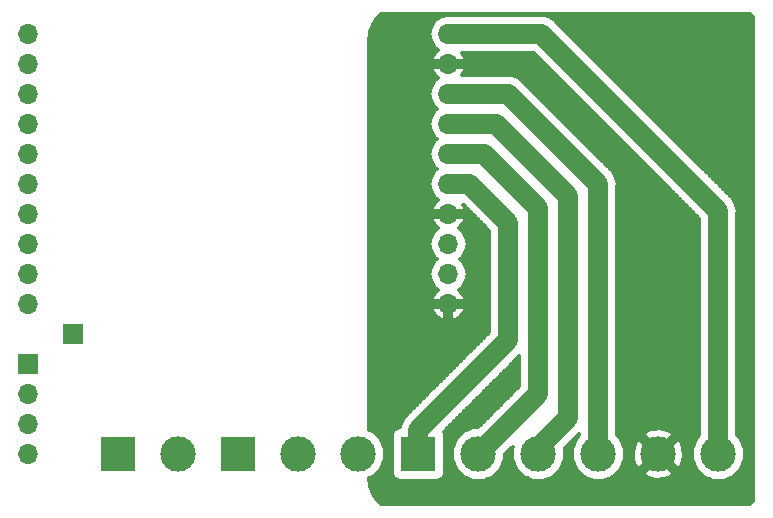
<source format=gtl>
G04 #@! TF.GenerationSoftware,KiCad,Pcbnew,5.0.2-bee76a0~70~ubuntu18.04.1*
G04 #@! TF.CreationDate,2019-03-29T20:37:00+01:00*
G04 #@! TF.ProjectId,TMC2660_mount,544d4332-3636-4305-9f6d-6f756e742e6b,rev?*
G04 #@! TF.SameCoordinates,PX48f7b77PY788f099*
G04 #@! TF.FileFunction,Copper,L1,Top*
G04 #@! TF.FilePolarity,Positive*
%FSLAX46Y46*%
G04 Gerber Fmt 4.6, Leading zero omitted, Abs format (unit mm)*
G04 Created by KiCad (PCBNEW 5.0.2-bee76a0~70~ubuntu18.04.1) date 2019-03-29T20:37:00 CET*
%MOMM*%
%LPD*%
G01*
G04 APERTURE LIST*
G04 #@! TA.AperFunction,ComponentPad*
%ADD10O,1.700000X1.700000*%
G04 #@! TD*
G04 #@! TA.AperFunction,ComponentPad*
%ADD11R,1.700000X1.700000*%
G04 #@! TD*
G04 #@! TA.AperFunction,ComponentPad*
%ADD12C,3.000000*%
G04 #@! TD*
G04 #@! TA.AperFunction,ComponentPad*
%ADD13R,3.000000X3.000000*%
G04 #@! TD*
G04 #@! TA.AperFunction,Conductor*
%ADD14C,1.700000*%
G04 #@! TD*
G04 #@! TA.AperFunction,Conductor*
%ADD15C,0.300000*%
G04 #@! TD*
%ADD16C,0.300000*%
G04 APERTURE END LIST*
D10*
G04 #@! TO.P,J4,4*
G04 #@! TO.N,/SDO*
X3810000Y5080000D03*
G04 #@! TO.P,J4,3*
G04 #@! TO.N,/SDI*
X3810000Y7620000D03*
G04 #@! TO.P,J4,2*
G04 #@! TO.N,/SCK*
X3810000Y10160000D03*
D11*
G04 #@! TO.P,J4,1*
G04 #@! TO.N,/CSn*
X3810000Y12700000D03*
G04 #@! TD*
D12*
G04 #@! TO.P,J3,6*
G04 #@! TO.N,/VS*
X62230000Y5080000D03*
G04 #@! TO.P,J3,5*
G04 #@! TO.N,GND*
X57150000Y5080000D03*
G04 #@! TO.P,J3,4*
G04 #@! TO.N,/A1*
X52070000Y5080000D03*
D13*
G04 #@! TO.P,J3,1*
G04 #@! TO.N,/B2*
X36830000Y5080000D03*
D12*
G04 #@! TO.P,J3,3*
G04 #@! TO.N,/A2*
X46990000Y5080000D03*
G04 #@! TO.P,J3,2*
G04 #@! TO.N,/B1*
X41910000Y5080000D03*
G04 #@! TD*
G04 #@! TO.P,J2,3*
G04 #@! TO.N,/DIR*
X31750000Y5080000D03*
G04 #@! TO.P,J2,2*
G04 #@! TO.N,/STEP*
X26670000Y5080000D03*
D13*
G04 #@! TO.P,J2,1*
G04 #@! TO.N,/DRV_ENn*
X21590000Y5080000D03*
G04 #@! TD*
D12*
G04 #@! TO.P,J1,2*
G04 #@! TO.N,GND*
X16510000Y5080000D03*
D13*
G04 #@! TO.P,J1,1*
G04 #@! TO.N,/VCC*
X11430000Y5080000D03*
G04 #@! TD*
D10*
G04 #@! TO.P,P1,1*
G04 #@! TO.N,/CSn*
X3810000Y27940000D03*
G04 #@! TO.P,P1,2*
G04 #@! TO.N,/SCK*
X3810000Y30480000D03*
G04 #@! TO.P,P1,3*
G04 #@! TO.N,/SDI*
X3810000Y33020000D03*
G04 #@! TO.P,P1,4*
G04 #@! TO.N,/SDO*
X3810000Y35560000D03*
G04 #@! TD*
G04 #@! TO.P,P2,1*
G04 #@! TO.N,/STEP*
X39370000Y22860000D03*
G04 #@! TO.P,P2,2*
G04 #@! TO.N,/DIR*
X39370000Y20320000D03*
G04 #@! TD*
G04 #@! TO.P,P3,4*
G04 #@! TO.N,GND*
X3810000Y25400000D03*
G04 #@! TO.P,P3,3*
G04 #@! TO.N,/DRV_ENn*
X3810000Y22860000D03*
G04 #@! TO.P,P3,2*
G04 #@! TO.N,GND*
X3810000Y20320000D03*
G04 #@! TO.P,P3,1*
G04 #@! TO.N,/SG_TST*
X3810000Y17780000D03*
G04 #@! TD*
G04 #@! TO.P,P4,1*
G04 #@! TO.N,GND*
X39370000Y17780000D03*
G04 #@! TD*
G04 #@! TO.P,P5,1*
G04 #@! TO.N,GND*
X39370000Y25400000D03*
G04 #@! TD*
G04 #@! TO.P,P6,2*
G04 #@! TO.N,/A1*
X39370000Y35560000D03*
G04 #@! TO.P,P6,1*
G04 #@! TO.N,/A2*
X39370000Y33020000D03*
G04 #@! TD*
G04 #@! TO.P,P7,1*
G04 #@! TO.N,/B2*
X39370000Y27940000D03*
G04 #@! TO.P,P7,2*
G04 #@! TO.N,/B1*
X39370000Y30480000D03*
G04 #@! TD*
G04 #@! TO.P,P8,1*
G04 #@! TO.N,GND*
X3810000Y38100000D03*
G04 #@! TO.P,P8,2*
G04 #@! TO.N,/VCC*
X3810000Y40640000D03*
G04 #@! TD*
G04 #@! TO.P,P9,2*
G04 #@! TO.N,/VS*
X39370000Y40640000D03*
G04 #@! TO.P,P9,1*
G04 #@! TO.N,GND*
X39370000Y38100000D03*
G04 #@! TD*
D11*
G04 #@! TO.P,J5,1*
G04 #@! TO.N,/SG_TST*
X7620000Y15240000D03*
G04 #@! TD*
D14*
G04 #@! TO.N,/VS*
X62230000Y25654000D02*
X62230000Y5080000D01*
X39370000Y40640000D02*
X47244000Y40640000D01*
X47244000Y40640000D02*
X62230000Y25654000D01*
G04 #@! TO.N,/A1*
X39370000Y35560000D02*
X44450000Y35560000D01*
X44450000Y35560000D02*
X52070000Y27940000D01*
X52070000Y27940000D02*
X52070000Y5080000D01*
G04 #@! TO.N,/B2*
X43688000Y13969600D02*
X36830000Y7111600D01*
X36830000Y7086600D02*
X36830000Y5080000D01*
X44450000Y14706600D02*
X43688000Y13944600D01*
X44450000Y24638000D02*
X44450000Y14706600D01*
X39370000Y27940000D02*
X41148000Y27940000D01*
X41148000Y27940000D02*
X44450000Y24638000D01*
G04 #@! TO.N,/A2*
X46990000Y5080000D02*
X46990000Y5462600D01*
X48768000Y7365600D02*
X46990000Y5587600D01*
X49530000Y8132600D02*
X48768000Y7370600D01*
X39370000Y33020000D02*
X43434000Y33020000D01*
X49530000Y26924000D02*
X49530000Y8132600D01*
X43434000Y33020000D02*
X49530000Y26924000D01*
G04 #@! TO.N,/B1*
X46990000Y10160000D02*
X41910000Y5080000D01*
X46990000Y25908000D02*
X46990000Y10160000D01*
X39370000Y30480000D02*
X42418000Y30480000D01*
X42418000Y30480000D02*
X46990000Y25908000D01*
G04 #@! TD*
D15*
G04 #@! TO.N,GND*
X64901831Y42322000D02*
X33650169Y42322000D01*
X38566437Y42037000D02*
X33365169Y42037000D01*
X65182001Y42037000D02*
X48047564Y42037000D01*
X38179091Y41752000D02*
X33156119Y41752000D01*
X65182001Y41752000D02*
X48434910Y41752000D01*
X37988660Y41467000D02*
X32977041Y41467000D01*
X65182001Y41467000D02*
X48691055Y41467000D01*
X37838309Y41182000D02*
X32863158Y41182000D01*
X65182001Y41182000D02*
X48976055Y41182000D01*
X37781619Y40897000D02*
X32763432Y40897000D01*
X65182001Y40897000D02*
X49261055Y40897000D01*
X37736067Y40612000D02*
X32711623Y40612000D01*
X65182001Y40612000D02*
X49546055Y40612000D01*
X37792757Y40327000D02*
X32679511Y40327000D01*
X65182001Y40327000D02*
X49831055Y40327000D01*
X37849447Y40042000D02*
X32662000Y40042000D01*
X65182001Y40042000D02*
X50116055Y40042000D01*
X38026077Y39757000D02*
X32662000Y39757000D01*
X65182001Y39757000D02*
X50401055Y39757000D01*
X38223713Y39472000D02*
X32662000Y39472000D01*
X65182001Y39472000D02*
X50686055Y39472000D01*
X38340067Y39187000D02*
X32662000Y39187000D01*
X65182001Y39187000D02*
X50971055Y39187000D01*
X38120957Y38902000D02*
X32662000Y38902000D01*
X46707945Y38902000D02*
X40619044Y38902000D01*
X65182001Y38902000D02*
X51256055Y38902000D01*
X37955492Y38617000D02*
X32662000Y38617000D01*
X46992945Y38617000D02*
X40784509Y38617000D01*
X65182001Y38617000D02*
X51541055Y38617000D01*
X47277945Y38332000D02*
X32662000Y38332000D01*
X65182001Y38332000D02*
X51826055Y38332000D01*
X47562945Y38047000D02*
X32662000Y38047000D01*
X65182001Y38047000D02*
X52111055Y38047000D01*
X38010763Y37762000D02*
X32662000Y37762000D01*
X47847945Y37762000D02*
X40729238Y37762000D01*
X65182001Y37762000D02*
X52396055Y37762000D01*
X37999386Y37477000D02*
X32662000Y37477000D01*
X48132945Y37477000D02*
X40740613Y37477000D01*
X65182001Y37477000D02*
X52681055Y37477000D01*
X38202449Y37192000D02*
X32662000Y37192000D01*
X44412286Y37192000D02*
X40537550Y37192000D01*
X48417945Y37192000D02*
X44487715Y37192000D01*
X65182001Y37192000D02*
X52966055Y37192000D01*
X38477920Y36907000D02*
X32662000Y36907000D01*
X48702945Y36907000D02*
X45328395Y36907000D01*
X65182001Y36907000D02*
X53251055Y36907000D01*
X38145682Y36622000D02*
X32662000Y36622000D01*
X48987945Y36622000D02*
X45674319Y36622000D01*
X65182001Y36622000D02*
X53536055Y36622000D01*
X37955251Y36337000D02*
X32662000Y36337000D01*
X49272945Y36337000D02*
X45947055Y36337000D01*
X65182001Y36337000D02*
X53821055Y36337000D01*
X37828364Y36052000D02*
X32662000Y36052000D01*
X49557945Y36052000D02*
X46232055Y36052000D01*
X65182001Y36052000D02*
X54106055Y36052000D01*
X37771673Y35767000D02*
X32662000Y35767000D01*
X49842945Y35767000D02*
X46517055Y35767000D01*
X65182001Y35767000D02*
X54391055Y35767000D01*
X37746013Y35482000D02*
X32662000Y35482000D01*
X50127945Y35482000D02*
X46802055Y35482000D01*
X65182001Y35482000D02*
X54676055Y35482000D01*
X37802703Y35197000D02*
X32662000Y35197000D01*
X50412945Y35197000D02*
X47087055Y35197000D01*
X65182001Y35197000D02*
X54961055Y35197000D01*
X37869055Y34912000D02*
X32662000Y34912000D01*
X50697945Y34912000D02*
X47372055Y34912000D01*
X65182001Y34912000D02*
X55246055Y34912000D01*
X38059486Y34627000D02*
X32662000Y34627000D01*
X50982945Y34627000D02*
X47657055Y34627000D01*
X65182001Y34627000D02*
X55531055Y34627000D01*
X38298543Y34342000D02*
X32662000Y34342000D01*
X51267945Y34342000D02*
X47942055Y34342000D01*
X65182001Y34342000D02*
X55816055Y34342000D01*
X38128977Y34057000D02*
X32662000Y34057000D01*
X51552945Y34057000D02*
X48227055Y34057000D01*
X65182001Y34057000D02*
X56101055Y34057000D01*
X37938547Y33772000D02*
X32662000Y33772000D01*
X51837945Y33772000D02*
X48512055Y33772000D01*
X65182001Y33772000D02*
X56386055Y33772000D01*
X37823391Y33487000D02*
X32662000Y33487000D01*
X52122945Y33487000D02*
X48797055Y33487000D01*
X65182001Y33487000D02*
X56671055Y33487000D01*
X37766701Y33202000D02*
X32662000Y33202000D01*
X52407945Y33202000D02*
X49082055Y33202000D01*
X65182001Y33202000D02*
X56956055Y33202000D01*
X37750986Y32917000D02*
X32662000Y32917000D01*
X52692945Y32917000D02*
X49367055Y32917000D01*
X65182001Y32917000D02*
X57241055Y32917000D01*
X37807676Y32632000D02*
X32662000Y32632000D01*
X52977945Y32632000D02*
X49652055Y32632000D01*
X65182001Y32632000D02*
X57526055Y32632000D01*
X37885760Y32347000D02*
X32662000Y32347000D01*
X53262945Y32347000D02*
X49937055Y32347000D01*
X65182001Y32347000D02*
X57811055Y32347000D01*
X38076190Y32062000D02*
X32662000Y32062000D01*
X53547945Y32062000D02*
X50222055Y32062000D01*
X65182001Y32062000D02*
X58096055Y32062000D01*
X38335958Y31777000D02*
X32662000Y31777000D01*
X53832945Y31777000D02*
X50507055Y31777000D01*
X65182001Y31777000D02*
X58381055Y31777000D01*
X38112273Y31492000D02*
X32662000Y31492000D01*
X54117945Y31492000D02*
X50792055Y31492000D01*
X65182001Y31492000D02*
X58666055Y31492000D01*
X37921842Y31207000D02*
X32662000Y31207000D01*
X54402945Y31207000D02*
X51077055Y31207000D01*
X65182001Y31207000D02*
X58951055Y31207000D01*
X37818418Y30922000D02*
X32662000Y30922000D01*
X54687945Y30922000D02*
X51362055Y30922000D01*
X65182001Y30922000D02*
X59236055Y30922000D01*
X37761728Y30637000D02*
X32662000Y30637000D01*
X54972945Y30637000D02*
X51647055Y30637000D01*
X65182001Y30637000D02*
X59521055Y30637000D01*
X37755958Y30352000D02*
X32662000Y30352000D01*
X55257945Y30352000D02*
X51932055Y30352000D01*
X65182001Y30352000D02*
X59806055Y30352000D01*
X37812649Y30067000D02*
X32662000Y30067000D01*
X55542945Y30067000D02*
X52217055Y30067000D01*
X65182001Y30067000D02*
X60091055Y30067000D01*
X37902464Y29782000D02*
X32662000Y29782000D01*
X55827945Y29782000D02*
X52502055Y29782000D01*
X65182001Y29782000D02*
X60376055Y29782000D01*
X38092895Y29497000D02*
X32662000Y29497000D01*
X56112945Y29497000D02*
X52787055Y29497000D01*
X65182001Y29497000D02*
X60661055Y29497000D01*
X38373373Y29212000D02*
X32662000Y29212000D01*
X56397945Y29212000D02*
X53072055Y29212000D01*
X65182001Y29212000D02*
X60946055Y29212000D01*
X38095568Y28927000D02*
X32662000Y28927000D01*
X56682945Y28927000D02*
X53344433Y28927000D01*
X65182001Y28927000D02*
X61231055Y28927000D01*
X37905138Y28642000D02*
X32662000Y28642000D01*
X56967945Y28642000D02*
X53534863Y28642000D01*
X65182001Y28642000D02*
X61516055Y28642000D01*
X37813445Y28357000D02*
X32662000Y28357000D01*
X57252945Y28357000D02*
X53626556Y28357000D01*
X65182001Y28357000D02*
X61801055Y28357000D01*
X37756755Y28072000D02*
X32662000Y28072000D01*
X57537945Y28072000D02*
X53683245Y28072000D01*
X65182001Y28072000D02*
X62086055Y28072000D01*
X37760931Y27787000D02*
X32662000Y27787000D01*
X57822945Y27787000D02*
X53679067Y27787000D01*
X65182001Y27787000D02*
X62371055Y27787000D01*
X37817621Y27502000D02*
X32662000Y27502000D01*
X58107945Y27502000D02*
X53678000Y27502000D01*
X65182001Y27502000D02*
X62656055Y27502000D01*
X37919169Y27217000D02*
X32662000Y27217000D01*
X58392945Y27217000D02*
X53678000Y27217000D01*
X65182001Y27217000D02*
X62941055Y27217000D01*
X38109599Y26932000D02*
X32662000Y26932000D01*
X58677945Y26932000D02*
X53678000Y26932000D01*
X65182001Y26932000D02*
X63226055Y26932000D01*
X38410789Y26647000D02*
X32662000Y26647000D01*
X58962945Y26647000D02*
X53678000Y26647000D01*
X65182001Y26647000D02*
X63500423Y26647000D01*
X38243966Y26362000D02*
X32662000Y26362000D01*
X59247945Y26362000D02*
X53678000Y26362000D01*
X65182001Y26362000D02*
X63690854Y26362000D01*
X38024857Y26077000D02*
X32662000Y26077000D01*
X40736945Y26077000D02*
X40715144Y26077000D01*
X59532945Y26077000D02*
X53678000Y26077000D01*
X65182001Y26077000D02*
X63785362Y26077000D01*
X37985070Y25792000D02*
X32662000Y25792000D01*
X41021945Y25792000D02*
X40754929Y25792000D01*
X59817945Y25792000D02*
X53678000Y25792000D01*
X65182001Y25792000D02*
X63842052Y25792000D01*
X41306945Y25507000D02*
X32662000Y25507000D01*
X60102945Y25507000D02*
X53678000Y25507000D01*
X65182001Y25507000D02*
X63840260Y25507000D01*
X41591945Y25222000D02*
X32662000Y25222000D01*
X60387945Y25222000D02*
X53678000Y25222000D01*
X65182001Y25222000D02*
X63838000Y25222000D01*
X37951289Y24937000D02*
X32662000Y24937000D01*
X41876945Y24937000D02*
X40788712Y24937000D01*
X60622000Y24937000D02*
X53678000Y24937000D01*
X65182001Y24937000D02*
X63838000Y24937000D01*
X38079441Y24652000D02*
X32662000Y24652000D01*
X42161945Y24652000D02*
X40660558Y24652000D01*
X60622000Y24652000D02*
X53678000Y24652000D01*
X65182001Y24652000D02*
X63838000Y24652000D01*
X38298550Y24367000D02*
X32662000Y24367000D01*
X42446945Y24367000D02*
X40441449Y24367000D01*
X60622000Y24367000D02*
X53678000Y24367000D01*
X65182001Y24367000D02*
X63838000Y24367000D01*
X38304531Y24082000D02*
X32662000Y24082000D01*
X42731945Y24082000D02*
X40435470Y24082000D01*
X60622000Y24082000D02*
X53678000Y24082000D01*
X65182001Y24082000D02*
X63838000Y24082000D01*
X38062160Y23797000D02*
X32662000Y23797000D01*
X42842000Y23797000D02*
X40677841Y23797000D01*
X60622000Y23797000D02*
X53678000Y23797000D01*
X65182001Y23797000D02*
X63838000Y23797000D01*
X37871729Y23512000D02*
X32662000Y23512000D01*
X42842000Y23512000D02*
X40868272Y23512000D01*
X60622000Y23512000D02*
X53678000Y23512000D01*
X65182001Y23512000D02*
X63838000Y23512000D01*
X37803500Y23227000D02*
X32662000Y23227000D01*
X42842000Y23227000D02*
X40936501Y23227000D01*
X60622000Y23227000D02*
X53678000Y23227000D01*
X65182001Y23227000D02*
X63838000Y23227000D01*
X37746809Y22942000D02*
X32662000Y22942000D01*
X42842000Y22942000D02*
X40993192Y22942000D01*
X60622000Y22942000D02*
X53678000Y22942000D01*
X65182001Y22942000D02*
X63838000Y22942000D01*
X37770877Y22657000D02*
X32662000Y22657000D01*
X42842000Y22657000D02*
X40969122Y22657000D01*
X60622000Y22657000D02*
X53678000Y22657000D01*
X65182001Y22657000D02*
X63838000Y22657000D01*
X37827567Y22372000D02*
X32662000Y22372000D01*
X42842000Y22372000D02*
X40912432Y22372000D01*
X60622000Y22372000D02*
X53678000Y22372000D01*
X65182001Y22372000D02*
X63838000Y22372000D01*
X37952577Y22087000D02*
X32662000Y22087000D01*
X42842000Y22087000D02*
X40787422Y22087000D01*
X60622000Y22087000D02*
X53678000Y22087000D01*
X65182001Y22087000D02*
X63838000Y22087000D01*
X38143008Y21802000D02*
X32662000Y21802000D01*
X42842000Y21802000D02*
X40596991Y21802000D01*
X60622000Y21802000D02*
X53678000Y21802000D01*
X65182001Y21802000D02*
X63838000Y21802000D01*
X38267115Y21517000D02*
X32662000Y21517000D01*
X42842000Y21517000D02*
X40472886Y21517000D01*
X60622000Y21517000D02*
X53678000Y21517000D01*
X65182001Y21517000D02*
X63838000Y21517000D01*
X38045455Y21232000D02*
X32662000Y21232000D01*
X42842000Y21232000D02*
X40694546Y21232000D01*
X60622000Y21232000D02*
X53678000Y21232000D01*
X65182001Y21232000D02*
X63838000Y21232000D01*
X37855217Y20947000D02*
X32662000Y20947000D01*
X42842000Y20947000D02*
X40884784Y20947000D01*
X60622000Y20947000D02*
X53678000Y20947000D01*
X65182001Y20947000D02*
X63838000Y20947000D01*
X37798527Y20662000D02*
X32662000Y20662000D01*
X42842000Y20662000D02*
X40941474Y20662000D01*
X60622000Y20662000D02*
X53678000Y20662000D01*
X65182001Y20662000D02*
X63838000Y20662000D01*
X37741837Y20377000D02*
X32662000Y20377000D01*
X42842000Y20377000D02*
X40998164Y20377000D01*
X60622000Y20377000D02*
X53678000Y20377000D01*
X65182001Y20377000D02*
X63838000Y20377000D01*
X37775850Y20092000D02*
X32662000Y20092000D01*
X42842000Y20092000D02*
X40964149Y20092000D01*
X60622000Y20092000D02*
X53678000Y20092000D01*
X65182001Y20092000D02*
X63838000Y20092000D01*
X37832540Y19807000D02*
X32662000Y19807000D01*
X42842000Y19807000D02*
X40907459Y19807000D01*
X60622000Y19807000D02*
X53678000Y19807000D01*
X65182001Y19807000D02*
X63838000Y19807000D01*
X37969282Y19522000D02*
X32662000Y19522000D01*
X42842000Y19522000D02*
X40770717Y19522000D01*
X60622000Y19522000D02*
X53678000Y19522000D01*
X65182001Y19522000D02*
X63838000Y19522000D01*
X38159713Y19237000D02*
X32662000Y19237000D01*
X42842000Y19237000D02*
X40580286Y19237000D01*
X60622000Y19237000D02*
X53678000Y19237000D01*
X65182001Y19237000D02*
X63838000Y19237000D01*
X38441470Y18952000D02*
X32662000Y18952000D01*
X42842000Y18952000D02*
X40298531Y18952000D01*
X60622000Y18952000D02*
X53678000Y18952000D01*
X65182001Y18952000D02*
X63838000Y18952000D01*
X38186306Y18667000D02*
X32662000Y18667000D01*
X42842000Y18667000D02*
X40553695Y18667000D01*
X60622000Y18667000D02*
X53678000Y18667000D01*
X65182001Y18667000D02*
X63838000Y18667000D01*
X37990691Y18382000D02*
X32662000Y18382000D01*
X42842000Y18382000D02*
X40749310Y18382000D01*
X60622000Y18382000D02*
X53678000Y18382000D01*
X65182001Y18382000D02*
X63838000Y18382000D01*
X38020754Y18097000D02*
X32662000Y18097000D01*
X42842000Y18097000D02*
X40719245Y18097000D01*
X60622000Y18097000D02*
X53678000Y18097000D01*
X65182001Y18097000D02*
X63838000Y18097000D01*
X42842000Y17812000D02*
X32662000Y17812000D01*
X60622000Y17812000D02*
X53678000Y17812000D01*
X65182001Y17812000D02*
X63838000Y17812000D01*
X42842000Y17527000D02*
X32662000Y17527000D01*
X60622000Y17527000D02*
X53678000Y17527000D01*
X65182001Y17527000D02*
X63838000Y17527000D01*
X37964187Y17242000D02*
X32662000Y17242000D01*
X39624000Y17242000D02*
X39116000Y17242000D01*
X42842000Y17242000D02*
X40775812Y17242000D01*
X60622000Y17242000D02*
X53678000Y17242000D01*
X65182001Y17242000D02*
X63838000Y17242000D01*
X38137101Y16957000D02*
X32662000Y16957000D01*
X39624000Y16957000D02*
X39116000Y16957000D01*
X42842000Y16957000D02*
X40602898Y16957000D01*
X60622000Y16957000D02*
X53678000Y16957000D01*
X65182001Y16957000D02*
X63838000Y16957000D01*
X38356210Y16672000D02*
X32662000Y16672000D01*
X39624000Y16672000D02*
X39116000Y16672000D01*
X42842000Y16672000D02*
X40383789Y16672000D01*
X60622000Y16672000D02*
X53678000Y16672000D01*
X65182001Y16672000D02*
X63838000Y16672000D01*
X38825076Y16387000D02*
X32662000Y16387000D01*
X39777045Y16387000D02*
X38962954Y16387000D01*
X42842000Y16387000D02*
X39914923Y16387000D01*
X60622000Y16387000D02*
X53678000Y16387000D01*
X65182001Y16387000D02*
X63838000Y16387000D01*
X42842000Y16102000D02*
X32662000Y16102000D01*
X60622000Y16102000D02*
X53678000Y16102000D01*
X65182001Y16102000D02*
X63838000Y16102000D01*
X42842000Y15817000D02*
X32662000Y15817000D01*
X60622000Y15817000D02*
X53678000Y15817000D01*
X65182001Y15817000D02*
X63838000Y15817000D01*
X42842000Y15532000D02*
X32662000Y15532000D01*
X60622000Y15532000D02*
X53678000Y15532000D01*
X65182001Y15532000D02*
X63838000Y15532000D01*
X42705441Y15247000D02*
X32662000Y15247000D01*
X60622000Y15247000D02*
X53678000Y15247000D01*
X65182001Y15247000D02*
X63838000Y15247000D01*
X42406345Y14962000D02*
X32662000Y14962000D01*
X60622000Y14962000D02*
X53678000Y14962000D01*
X65182001Y14962000D02*
X63838000Y14962000D01*
X42121345Y14677000D02*
X32662000Y14677000D01*
X60622000Y14677000D02*
X53678000Y14677000D01*
X65182001Y14677000D02*
X63838000Y14677000D01*
X41836345Y14392000D02*
X32662000Y14392000D01*
X60622000Y14392000D02*
X53678000Y14392000D01*
X65182001Y14392000D02*
X63838000Y14392000D01*
X41551345Y14107000D02*
X32662000Y14107000D01*
X60622000Y14107000D02*
X53678000Y14107000D01*
X65182001Y14107000D02*
X63838000Y14107000D01*
X41266345Y13822000D02*
X32662000Y13822000D01*
X60622000Y13822000D02*
X53678000Y13822000D01*
X65182001Y13822000D02*
X63838000Y13822000D01*
X40981345Y13537000D02*
X32662000Y13537000D01*
X60622000Y13537000D02*
X53678000Y13537000D01*
X65182001Y13537000D02*
X63838000Y13537000D01*
X40696345Y13252000D02*
X32662000Y13252000D01*
X45382001Y13252000D02*
X45269454Y13252000D01*
X60622000Y13252000D02*
X53678000Y13252000D01*
X65182001Y13252000D02*
X63838000Y13252000D01*
X40411345Y12967000D02*
X32662000Y12967000D01*
X45382001Y12967000D02*
X44984454Y12967000D01*
X60622000Y12967000D02*
X53678000Y12967000D01*
X65182001Y12967000D02*
X63838000Y12967000D01*
X40126345Y12682000D02*
X32662000Y12682000D01*
X45382001Y12682000D02*
X44692706Y12682000D01*
X60622000Y12682000D02*
X53678000Y12682000D01*
X65182001Y12682000D02*
X63838000Y12682000D01*
X39841345Y12397000D02*
X32662000Y12397000D01*
X45382001Y12397000D02*
X44389455Y12397000D01*
X60622000Y12397000D02*
X53678000Y12397000D01*
X65182001Y12397000D02*
X63838000Y12397000D01*
X39556345Y12112000D02*
X32662000Y12112000D01*
X45382001Y12112000D02*
X44104455Y12112000D01*
X60622000Y12112000D02*
X53678000Y12112000D01*
X65182001Y12112000D02*
X63838000Y12112000D01*
X39271345Y11827000D02*
X32662000Y11827000D01*
X45382001Y11827000D02*
X43819455Y11827000D01*
X60622000Y11827000D02*
X53678000Y11827000D01*
X65182001Y11827000D02*
X63838000Y11827000D01*
X38986346Y11542000D02*
X32662000Y11542000D01*
X45382001Y11542000D02*
X43534455Y11542000D01*
X60622000Y11542000D02*
X53678000Y11542000D01*
X65182001Y11542000D02*
X63838000Y11542000D01*
X38701346Y11257000D02*
X32662000Y11257000D01*
X45382001Y11257000D02*
X43249455Y11257000D01*
X60622000Y11257000D02*
X53678000Y11257000D01*
X65182001Y11257000D02*
X63838000Y11257000D01*
X38416346Y10972000D02*
X32662000Y10972000D01*
X45382001Y10972000D02*
X42964455Y10972000D01*
X60622000Y10972000D02*
X53678000Y10972000D01*
X65182001Y10972000D02*
X63838000Y10972000D01*
X38131346Y10687000D02*
X32662000Y10687000D01*
X45242946Y10687000D02*
X42679455Y10687000D01*
X60622000Y10687000D02*
X53678000Y10687000D01*
X65182001Y10687000D02*
X63838000Y10687000D01*
X37846346Y10402000D02*
X32662000Y10402000D01*
X44957946Y10402000D02*
X42394455Y10402000D01*
X60622000Y10402000D02*
X53678000Y10402000D01*
X65182001Y10402000D02*
X63838000Y10402000D01*
X37561346Y10117000D02*
X32662000Y10117000D01*
X44672946Y10117000D02*
X42109455Y10117000D01*
X60622000Y10117000D02*
X53678000Y10117000D01*
X65182001Y10117000D02*
X63838000Y10117000D01*
X37276346Y9832000D02*
X32662000Y9832000D01*
X44387946Y9832000D02*
X41824455Y9832000D01*
X60622000Y9832000D02*
X53678000Y9832000D01*
X65182001Y9832000D02*
X63838000Y9832000D01*
X36991346Y9547000D02*
X32662000Y9547000D01*
X44102946Y9547000D02*
X41539455Y9547000D01*
X60622000Y9547000D02*
X53678000Y9547000D01*
X65182001Y9547000D02*
X63838000Y9547000D01*
X36706346Y9262000D02*
X32662000Y9262000D01*
X43817946Y9262000D02*
X41254455Y9262000D01*
X60622000Y9262000D02*
X53678000Y9262000D01*
X65182001Y9262000D02*
X63838000Y9262000D01*
X36421346Y8977000D02*
X32662000Y8977000D01*
X43532946Y8977000D02*
X40969455Y8977000D01*
X60622000Y8977000D02*
X53678000Y8977000D01*
X65182001Y8977000D02*
X63838000Y8977000D01*
X36136346Y8692000D02*
X32662000Y8692000D01*
X43247946Y8692000D02*
X40684455Y8692000D01*
X60622000Y8692000D02*
X53678000Y8692000D01*
X65182001Y8692000D02*
X63838000Y8692000D01*
X35851346Y8407000D02*
X32662000Y8407000D01*
X42962946Y8407000D02*
X40399455Y8407000D01*
X60622000Y8407000D02*
X53678000Y8407000D01*
X65182001Y8407000D02*
X63838000Y8407000D01*
X35571205Y8122000D02*
X32662000Y8122000D01*
X42677946Y8122000D02*
X40114455Y8122000D01*
X60622000Y8122000D02*
X53678000Y8122000D01*
X65182001Y8122000D02*
X63838000Y8122000D01*
X35380774Y7837000D02*
X32662000Y7837000D01*
X42392946Y7837000D02*
X39829455Y7837000D01*
X60622000Y7837000D02*
X53678000Y7837000D01*
X65182001Y7837000D02*
X63838000Y7837000D01*
X35278100Y7552000D02*
X32662000Y7552000D01*
X42107946Y7552000D02*
X39544455Y7552000D01*
X60622000Y7552000D02*
X53678000Y7552000D01*
X65182001Y7552000D02*
X63838000Y7552000D01*
X34993805Y7267000D02*
X32662000Y7267000D01*
X41289447Y7267000D02*
X39259455Y7267000D01*
X60622000Y7267000D02*
X53678000Y7267000D01*
X65182001Y7267000D02*
X63838000Y7267000D01*
X34686970Y6982000D02*
X33041294Y6982000D01*
X40618706Y6982000D02*
X38974455Y6982000D01*
X56062382Y6982000D02*
X53678000Y6982000D01*
X60622000Y6982000D02*
X58237619Y6982000D01*
X65182001Y6982000D02*
X63838000Y6982000D01*
X34580423Y6697000D02*
X33326294Y6697000D01*
X40333706Y6697000D02*
X39079578Y6697000D01*
X50462001Y6697000D02*
X50368454Y6697000D01*
X55906341Y6697000D02*
X53678000Y6697000D01*
X60622000Y6697000D02*
X58393660Y6697000D01*
X65182001Y6697000D02*
X63838000Y6697000D01*
X34557150Y6412000D02*
X33611294Y6412000D01*
X40048706Y6412000D02*
X39102850Y6412000D01*
X50208706Y6412000D02*
X50083454Y6412000D01*
X56177210Y6412000D02*
X53931294Y6412000D01*
X60368706Y6412000D02*
X58122790Y6412000D01*
X65182001Y6412000D02*
X64091294Y6412000D01*
X34557150Y6127000D02*
X33760360Y6127000D01*
X39899641Y6127000D02*
X39102850Y6127000D01*
X50059641Y6127000D02*
X49803455Y6127000D01*
X55222019Y6127000D02*
X54080360Y6127000D01*
X56462210Y6127000D02*
X55743790Y6127000D01*
X58556210Y6127000D02*
X57837790Y6127000D01*
X60219641Y6127000D02*
X59080779Y6127000D01*
X65182001Y6127000D02*
X64240360Y6127000D01*
X34557150Y5842000D02*
X33878411Y5842000D01*
X39781590Y5842000D02*
X39102850Y5842000D01*
X49941590Y5842000D02*
X49518455Y5842000D01*
X55128750Y5842000D02*
X54198411Y5842000D01*
X56747210Y5842000D02*
X56028790Y5842000D01*
X58271210Y5842000D02*
X57552790Y5842000D01*
X60101590Y5842000D02*
X59198830Y5842000D01*
X65182001Y5842000D02*
X64358411Y5842000D01*
X34557150Y5557000D02*
X33996462Y5557000D01*
X39663539Y5557000D02*
X39102850Y5557000D01*
X44743539Y5557000D02*
X44661054Y5557000D01*
X49823539Y5557000D02*
X49236462Y5557000D01*
X55035482Y5557000D02*
X54316462Y5557000D01*
X57032210Y5557000D02*
X56313790Y5557000D01*
X57986210Y5557000D02*
X57267790Y5557000D01*
X59983539Y5557000D02*
X59277793Y5557000D01*
X65182001Y5557000D02*
X64476462Y5557000D01*
X34557150Y5272000D02*
X34008000Y5272000D01*
X39652000Y5272000D02*
X39102850Y5272000D01*
X44732000Y5272000D02*
X44376054Y5272000D01*
X49812000Y5272000D02*
X49248000Y5272000D01*
X54970978Y5272000D02*
X54328000Y5272000D01*
X57701210Y5272000D02*
X56598790Y5272000D01*
X59972000Y5272000D02*
X59299617Y5272000D01*
X65182001Y5272000D02*
X64488000Y5272000D01*
X34557150Y4987000D02*
X34008000Y4987000D01*
X39652000Y4987000D02*
X39102850Y4987000D01*
X44732000Y4987000D02*
X44168000Y4987000D01*
X49812000Y4987000D02*
X49248000Y4987000D01*
X54992802Y4987000D02*
X54328000Y4987000D01*
X57602210Y4987000D02*
X56697790Y4987000D01*
X59972000Y4987000D02*
X59321441Y4987000D01*
X65182001Y4987000D02*
X64488000Y4987000D01*
X34557150Y4702000D02*
X34008000Y4702000D01*
X39652000Y4702000D02*
X39102850Y4702000D01*
X44732000Y4702000D02*
X44168000Y4702000D01*
X49812000Y4702000D02*
X49248000Y4702000D01*
X55014626Y4702000D02*
X54328000Y4702000D01*
X57131210Y4702000D02*
X56412790Y4702000D01*
X57887210Y4702000D02*
X57168790Y4702000D01*
X59972000Y4702000D02*
X59296916Y4702000D01*
X65182001Y4702000D02*
X64488000Y4702000D01*
X34557150Y4417000D02*
X33919417Y4417000D01*
X39740582Y4417000D02*
X39102850Y4417000D01*
X44820582Y4417000D02*
X44079417Y4417000D01*
X49900582Y4417000D02*
X49159417Y4417000D01*
X55060162Y4417000D02*
X54239417Y4417000D01*
X56846210Y4417000D02*
X56127790Y4417000D01*
X58172210Y4417000D02*
X57453790Y4417000D01*
X60060582Y4417000D02*
X59203648Y4417000D01*
X65182001Y4417000D02*
X64399417Y4417000D01*
X34557150Y4132000D02*
X33801367Y4132000D01*
X39858632Y4132000D02*
X39102850Y4132000D01*
X44938632Y4132000D02*
X43961367Y4132000D01*
X50018632Y4132000D02*
X49041367Y4132000D01*
X55178214Y4132000D02*
X54121367Y4132000D01*
X56561210Y4132000D02*
X55842790Y4132000D01*
X58457210Y4132000D02*
X57738790Y4132000D01*
X60178632Y4132000D02*
X59110380Y4132000D01*
X65182001Y4132000D02*
X64281367Y4132000D01*
X34557150Y3847000D02*
X33683316Y3847000D01*
X39976683Y3847000D02*
X39102850Y3847000D01*
X45056683Y3847000D02*
X43843316Y3847000D01*
X50136683Y3847000D02*
X48923316Y3847000D01*
X55513530Y3847000D02*
X54003316Y3847000D01*
X56276210Y3847000D02*
X55557790Y3847000D01*
X58742210Y3847000D02*
X58023790Y3847000D01*
X60296683Y3847000D02*
X58786469Y3847000D01*
X65182001Y3847000D02*
X64163316Y3847000D01*
X34560730Y3562000D02*
X33425294Y3562000D01*
X40234706Y3562000D02*
X39099269Y3562000D01*
X45314706Y3562000D02*
X43585294Y3562000D01*
X50394706Y3562000D02*
X48665294Y3562000D01*
X55991210Y3562000D02*
X53745294Y3562000D01*
X60554706Y3562000D02*
X58308790Y3562000D01*
X65182001Y3562000D02*
X63905294Y3562000D01*
X34620819Y3277000D02*
X33140294Y3277000D01*
X40519706Y3277000D02*
X39039180Y3277000D01*
X45599706Y3277000D02*
X43300294Y3277000D01*
X50679706Y3277000D02*
X48380294Y3277000D01*
X56008177Y3277000D02*
X53460294Y3277000D01*
X60839706Y3277000D02*
X58291822Y3277000D01*
X65182001Y3277000D02*
X63620294Y3277000D01*
X34845641Y2992000D02*
X32663851Y2992000D01*
X41050439Y2992000D02*
X38814358Y2992000D01*
X46130439Y2992000D02*
X42769560Y2992000D01*
X51210439Y2992000D02*
X47849560Y2992000D01*
X56591968Y2992000D02*
X52929560Y2992000D01*
X61370439Y2992000D02*
X57817434Y2992000D01*
X65182001Y2992000D02*
X63089560Y2992000D01*
X65182001Y2707000D02*
X32695963Y2707000D01*
X65182001Y2422000D02*
X32728075Y2422000D01*
X65182001Y2137000D02*
X32814521Y2137000D01*
X65182001Y1852000D02*
X32914246Y1852000D01*
X65182001Y1567000D02*
X33068780Y1567000D01*
X65182001Y1282000D02*
X33247858Y1282000D01*
X65040831Y997000D02*
X33511169Y997000D01*
X65182001Y42041830D02*
X65182001Y42041830D01*
X64897001Y858000D02*
X64897001Y42322000D01*
X64612001Y858000D02*
X64612001Y42322000D01*
X64327001Y5917829D02*
X64327001Y42322000D01*
X64327001Y858000D02*
X64327001Y4242170D01*
X64042001Y6461293D02*
X64042001Y42322000D01*
X64042001Y858000D02*
X64042001Y3698707D01*
X63757001Y26219578D02*
X63757001Y42322000D01*
X63757001Y858000D02*
X63757001Y3413707D01*
X63472001Y26689536D02*
X63472001Y42322000D01*
X63472001Y858000D02*
X63472001Y3150412D01*
X63187001Y26971053D02*
X63187001Y42322000D01*
X63187001Y858000D02*
X63187001Y3032361D01*
X62902001Y27256053D02*
X62902001Y42322000D01*
X62902001Y858000D02*
X62902001Y2914310D01*
X62617001Y27541053D02*
X62617001Y42322000D01*
X62617001Y858000D02*
X62617001Y2822000D01*
X62332001Y27826053D02*
X62332001Y42322000D01*
X62332001Y858000D02*
X62332001Y2822000D01*
X62047001Y28111053D02*
X62047001Y42322000D01*
X62047001Y858000D02*
X62047001Y2822000D01*
X61762001Y28396053D02*
X61762001Y42322000D01*
X61762001Y858000D02*
X61762001Y2829810D01*
X61477001Y28681053D02*
X61477001Y42322000D01*
X61477001Y858000D02*
X61477001Y2947861D01*
X61192001Y28966053D02*
X61192001Y42322000D01*
X61192001Y858000D02*
X61192001Y3065912D01*
X60907001Y29251053D02*
X60907001Y42322000D01*
X60907001Y858000D02*
X60907001Y3209705D01*
X60622001Y29536053D02*
X60622001Y42322000D01*
X60622001Y6665295D02*
X60622001Y6665295D01*
X60622001Y858000D02*
X60622001Y3494705D01*
X60337001Y29821053D02*
X60337001Y42322000D01*
X60337001Y6380295D02*
X60337001Y25272945D01*
X60337001Y858000D02*
X60337001Y3779705D01*
X60052001Y30106053D02*
X60052001Y42322000D01*
X60052001Y5722284D02*
X60052001Y25557945D01*
X60052001Y858000D02*
X60052001Y4437717D01*
X59767001Y30391053D02*
X59767001Y42322000D01*
X59767001Y858000D02*
X59767001Y25842945D01*
X59482001Y30676053D02*
X59482001Y42322000D01*
X59482001Y858000D02*
X59482001Y26127945D01*
X59197001Y30961053D02*
X59197001Y42322000D01*
X59197001Y5846414D02*
X59197001Y26412945D01*
X59197001Y858000D02*
X59197001Y4396687D01*
X58912001Y31246053D02*
X58912001Y42322000D01*
X58912001Y6244269D02*
X58912001Y26697945D01*
X58912001Y858000D02*
X58912001Y3915730D01*
X58627001Y31531053D02*
X58627001Y42322000D01*
X58627001Y6197791D02*
X58627001Y26982945D01*
X58627001Y858000D02*
X58627001Y3962209D01*
X58342001Y31816053D02*
X58342001Y42322000D01*
X58342001Y6791351D02*
X58342001Y27267945D01*
X58342001Y5912791D02*
X58342001Y6631211D01*
X58342001Y3528789D02*
X58342001Y4247209D01*
X58342001Y858000D02*
X58342001Y3368648D01*
X58057001Y32101053D02*
X58057001Y42322000D01*
X58057001Y7053797D02*
X58057001Y27552945D01*
X58057001Y5627791D02*
X58057001Y6346211D01*
X58057001Y3813789D02*
X58057001Y4532209D01*
X58057001Y858000D02*
X58057001Y3091232D01*
X57772001Y32386053D02*
X57772001Y42322000D01*
X57772001Y7147065D02*
X57772001Y27837945D01*
X57772001Y5342791D02*
X57772001Y6061211D01*
X57772001Y4098789D02*
X57772001Y4817209D01*
X57772001Y858000D02*
X57772001Y2973180D01*
X57487001Y32671053D02*
X57487001Y42322000D01*
X57487001Y7240333D02*
X57487001Y28122945D01*
X57487001Y5080000D02*
X57487001Y5776211D01*
X57487001Y4383789D02*
X57487001Y5080000D01*
X57487001Y858000D02*
X57487001Y2941487D01*
X57202001Y32956053D02*
X57202001Y42322000D01*
X57202001Y7248302D02*
X57202001Y28407945D01*
X57202001Y5080000D02*
X57202001Y5491211D01*
X57202001Y4668789D02*
X57202001Y5080000D01*
X57202001Y858000D02*
X57202001Y2919663D01*
X56917001Y33241053D02*
X56917001Y42322000D01*
X56917001Y7226477D02*
X56917001Y28692945D01*
X56917001Y5080000D02*
X56917001Y5672209D01*
X56917001Y4487791D02*
X56917001Y5080000D01*
X56917001Y858000D02*
X56917001Y2897838D01*
X56632001Y33526053D02*
X56632001Y42322000D01*
X56632001Y7204653D02*
X56632001Y28977945D01*
X56632001Y5238789D02*
X56632001Y5957209D01*
X56632001Y4202791D02*
X56632001Y4921211D01*
X56632001Y858000D02*
X56632001Y2978900D01*
X56347001Y33811053D02*
X56347001Y42322000D01*
X56347001Y7111848D02*
X56347001Y29262945D01*
X56347001Y5523789D02*
X56347001Y6242209D01*
X56347001Y3917791D02*
X56347001Y4636211D01*
X56347001Y858000D02*
X56347001Y3072168D01*
X56062001Y34096053D02*
X56062001Y42322000D01*
X56062001Y6981306D02*
X56062001Y29547945D01*
X56062001Y5808789D02*
X56062001Y6527209D01*
X56062001Y3632791D02*
X56062001Y4351211D01*
X56062001Y858000D02*
X56062001Y3178695D01*
X55777001Y34381053D02*
X55777001Y42322000D01*
X55777001Y6687869D02*
X55777001Y29832945D01*
X55777001Y6093789D02*
X55777001Y6687869D01*
X55777001Y3472131D02*
X55777001Y4066211D01*
X55777001Y858000D02*
X55777001Y3472131D01*
X55492001Y34666053D02*
X55492001Y42322000D01*
X55492001Y6687869D02*
X55492001Y30117945D01*
X55492001Y6301213D02*
X55492001Y6687869D01*
X55492001Y3472131D02*
X55492001Y3858788D01*
X55492001Y858000D02*
X55492001Y3472131D01*
X55207001Y34951053D02*
X55207001Y42322000D01*
X55207001Y6687869D02*
X55207001Y30402945D01*
X55207001Y6081113D02*
X55207001Y6687869D01*
X55207001Y3472131D02*
X55207001Y4062504D01*
X55207001Y858000D02*
X55207001Y3472131D01*
X54922001Y35236053D02*
X54922001Y42322000D01*
X54922001Y6687869D02*
X54922001Y30687945D01*
X54922001Y5343229D02*
X54922001Y6687869D01*
X54922001Y3472131D02*
X54922001Y5343229D01*
X54922001Y858000D02*
X54922001Y3472131D01*
X54637001Y35521053D02*
X54637001Y42322000D01*
X54637001Y6687869D02*
X54637001Y30972945D01*
X54637001Y5343229D02*
X54637001Y6687869D01*
X54637001Y3472131D02*
X54637001Y5343229D01*
X54637001Y858000D02*
X54637001Y3472131D01*
X54352001Y35806053D02*
X54352001Y42322000D01*
X54352001Y6687869D02*
X54352001Y31257945D01*
X54352001Y5343229D02*
X54352001Y6687869D01*
X54352001Y3472131D02*
X54352001Y5343229D01*
X54352001Y858000D02*
X54352001Y3472131D01*
X54067001Y36091053D02*
X54067001Y42322000D01*
X54067001Y6687869D02*
X54067001Y31542945D01*
X54067001Y6159251D02*
X54067001Y6687869D01*
X54067001Y3472131D02*
X54067001Y4000748D01*
X54067001Y858000D02*
X54067001Y3472131D01*
X53782001Y36376053D02*
X53782001Y42322000D01*
X53782001Y6687869D02*
X53782001Y31827945D01*
X53782001Y6561293D02*
X53782001Y6687869D01*
X53782001Y3472131D02*
X53782001Y3598707D01*
X53782001Y858000D02*
X53782001Y3472131D01*
X53497001Y36661053D02*
X53497001Y42322000D01*
X53497001Y28698664D02*
X53497001Y32112945D01*
X53497001Y858000D02*
X53497001Y3313707D01*
X53212001Y36946053D02*
X53212001Y42322000D01*
X53212001Y29110863D02*
X53212001Y32397945D01*
X53212001Y858000D02*
X53212001Y3108990D01*
X52927001Y37231053D02*
X52927001Y42322000D01*
X52927001Y29357053D02*
X52927001Y32682945D01*
X52927001Y858000D02*
X52927001Y2990939D01*
X52642001Y37516053D02*
X52642001Y42322000D01*
X52642001Y29642053D02*
X52642001Y32967945D01*
X52642001Y858000D02*
X52642001Y2872889D01*
X52357001Y37801053D02*
X52357001Y42322000D01*
X52357001Y29927053D02*
X52357001Y33252945D01*
X52357001Y858000D02*
X52357001Y2822000D01*
X52072001Y38086053D02*
X52072001Y42322000D01*
X52072001Y30212053D02*
X52072001Y33537945D01*
X52072001Y858000D02*
X52072001Y2822000D01*
X51787001Y38371053D02*
X51787001Y42322000D01*
X51787001Y30497053D02*
X51787001Y33822945D01*
X51787001Y858000D02*
X51787001Y2822000D01*
X51502001Y38656053D02*
X51502001Y42322000D01*
X51502001Y30782053D02*
X51502001Y34107945D01*
X51502001Y858000D02*
X51502001Y2871232D01*
X51217001Y38941053D02*
X51217001Y42322000D01*
X51217001Y31067053D02*
X51217001Y34392945D01*
X51217001Y858000D02*
X51217001Y2989283D01*
X50932001Y39226053D02*
X50932001Y42322000D01*
X50932001Y31352053D02*
X50932001Y34677945D01*
X50932001Y858000D02*
X50932001Y3107334D01*
X50647001Y39511053D02*
X50647001Y42322000D01*
X50647001Y31637053D02*
X50647001Y34962945D01*
X50647001Y858000D02*
X50647001Y3309705D01*
X50362001Y39796053D02*
X50362001Y42322000D01*
X50362001Y31922053D02*
X50362001Y35247945D01*
X50362001Y6565295D02*
X50362001Y6690546D01*
X50362001Y858000D02*
X50362001Y3594705D01*
X50077001Y40081053D02*
X50077001Y42322000D01*
X50077001Y32207053D02*
X50077001Y35532945D01*
X50077001Y6168913D02*
X50077001Y6405546D01*
X50077001Y858000D02*
X50077001Y3991088D01*
X49792001Y40366053D02*
X49792001Y42322000D01*
X49792001Y32492053D02*
X49792001Y35817945D01*
X49792001Y858000D02*
X49792001Y6115545D01*
X49507001Y40651053D02*
X49507001Y42322000D01*
X49507001Y32777053D02*
X49507001Y36102945D01*
X49507001Y858000D02*
X49507001Y5830545D01*
X49222001Y40936053D02*
X49222001Y42322000D01*
X49222001Y33062053D02*
X49222001Y36387945D01*
X49222001Y858000D02*
X49222001Y4568088D01*
X48937001Y41221053D02*
X48937001Y42322000D01*
X48937001Y33347053D02*
X48937001Y36672945D01*
X48937001Y858000D02*
X48937001Y3880038D01*
X48652001Y41506053D02*
X48652001Y42322000D01*
X48652001Y33632053D02*
X48652001Y36957945D01*
X48652001Y858000D02*
X48652001Y3548707D01*
X48367001Y41823559D02*
X48367001Y42322000D01*
X48367001Y33917053D02*
X48367001Y37242945D01*
X48367001Y858000D02*
X48367001Y3263707D01*
X48082001Y42013989D02*
X48082001Y42322000D01*
X48082001Y34202053D02*
X48082001Y37527945D01*
X48082001Y858000D02*
X48082001Y3088280D01*
X47797001Y42169502D02*
X47797001Y42322000D01*
X47797001Y34487053D02*
X47797001Y37812945D01*
X47797001Y858000D02*
X47797001Y2970229D01*
X47512001Y42226193D02*
X47512001Y42322000D01*
X47512001Y34772053D02*
X47512001Y38097945D01*
X47512001Y858000D02*
X47512001Y2852178D01*
X47227001Y42276121D02*
X47227001Y42322000D01*
X47227001Y35057053D02*
X47227001Y38382945D01*
X47227001Y858000D02*
X47227001Y2822000D01*
X46942001Y42248000D02*
X46942001Y42322000D01*
X46942001Y35342053D02*
X46942001Y38667945D01*
X46942001Y858000D02*
X46942001Y2822000D01*
X46657001Y42248000D02*
X46657001Y42322000D01*
X46657001Y35627053D02*
X46657001Y38952945D01*
X46657001Y858000D02*
X46657001Y2822000D01*
X46372001Y42248000D02*
X46372001Y42322000D01*
X46372001Y35912053D02*
X46372001Y39032000D01*
X46372001Y858000D02*
X46372001Y2891943D01*
X46087001Y42248000D02*
X46087001Y42322000D01*
X46087001Y36197053D02*
X46087001Y39032000D01*
X46087001Y858000D02*
X46087001Y3009993D01*
X45802001Y42248000D02*
X45802001Y42322000D01*
X45802001Y36482053D02*
X45802001Y39032000D01*
X45802001Y858000D02*
X45802001Y3128044D01*
X45517001Y42248000D02*
X45517001Y42322000D01*
X45517001Y36780977D02*
X45517001Y39032000D01*
X45517001Y858000D02*
X45517001Y3359705D01*
X45232001Y42248000D02*
X45232001Y42322000D01*
X45232001Y36971407D02*
X45232001Y39032000D01*
X45232001Y10676056D02*
X45232001Y13214546D01*
X45232001Y858000D02*
X45232001Y3644705D01*
X44947001Y42248000D02*
X44947001Y42322000D01*
X44947001Y37100642D02*
X44947001Y39032000D01*
X44947001Y10391056D02*
X44947001Y12929546D01*
X44947001Y858000D02*
X44947001Y4111798D01*
X44662001Y42248000D02*
X44662001Y42322000D01*
X44662001Y37157332D02*
X44662001Y39032000D01*
X44662001Y10106056D02*
X44662001Y12661483D01*
X44662001Y858000D02*
X44662001Y5557947D01*
X44377001Y42248000D02*
X44377001Y42322000D01*
X44377001Y37184982D02*
X44377001Y39032000D01*
X44377001Y9821056D02*
X44377001Y12384545D01*
X44377001Y858000D02*
X44377001Y5272947D01*
X44092001Y42248000D02*
X44092001Y42322000D01*
X44092001Y37168000D02*
X44092001Y39032000D01*
X44092001Y9536056D02*
X44092001Y12099545D01*
X44092001Y858000D02*
X44092001Y4447378D01*
X43807001Y42248000D02*
X43807001Y42322000D01*
X43807001Y37168000D02*
X43807001Y39032000D01*
X43807001Y9251056D02*
X43807001Y11814545D01*
X43807001Y858000D02*
X43807001Y3783707D01*
X43522001Y42248000D02*
X43522001Y42322000D01*
X43522001Y37168000D02*
X43522001Y39032000D01*
X43522001Y8966056D02*
X43522001Y11529545D01*
X43522001Y858000D02*
X43522001Y3498707D01*
X43237001Y42248000D02*
X43237001Y42322000D01*
X43237001Y37168000D02*
X43237001Y39032000D01*
X43237001Y8681056D02*
X43237001Y11244545D01*
X43237001Y858000D02*
X43237001Y3213707D01*
X42952001Y42248000D02*
X42952001Y42322000D01*
X42952001Y37168000D02*
X42952001Y39032000D01*
X42952001Y8396056D02*
X42952001Y10959545D01*
X42952001Y858000D02*
X42952001Y3067569D01*
X42667001Y42248000D02*
X42667001Y42322000D01*
X42667001Y37168000D02*
X42667001Y39032000D01*
X42667001Y15221316D02*
X42667001Y24146945D01*
X42667001Y8111056D02*
X42667001Y10674545D01*
X42667001Y858000D02*
X42667001Y2949518D01*
X42382001Y42248000D02*
X42382001Y42322000D01*
X42382001Y37168000D02*
X42382001Y39032000D01*
X42382001Y14937657D02*
X42382001Y24431945D01*
X42382001Y7826056D02*
X42382001Y10389545D01*
X42382001Y858000D02*
X42382001Y2831467D01*
X42097001Y42248000D02*
X42097001Y42322000D01*
X42097001Y37168000D02*
X42097001Y39032000D01*
X42097001Y14652657D02*
X42097001Y24716945D01*
X42097001Y7541056D02*
X42097001Y10104545D01*
X42097001Y858000D02*
X42097001Y2822000D01*
X41812001Y42248000D02*
X41812001Y42322000D01*
X41812001Y37168000D02*
X41812001Y39032000D01*
X41812001Y14367657D02*
X41812001Y25001945D01*
X41812001Y7338000D02*
X41812001Y9819545D01*
X41812001Y858000D02*
X41812001Y2822000D01*
X41527001Y42248000D02*
X41527001Y42322000D01*
X41527001Y37168000D02*
X41527001Y39032000D01*
X41527001Y14082657D02*
X41527001Y25286945D01*
X41527001Y7338000D02*
X41527001Y9534545D01*
X41527001Y858000D02*
X41527001Y2822000D01*
X41242001Y42248000D02*
X41242001Y42322000D01*
X41242001Y37168000D02*
X41242001Y39032000D01*
X41242001Y13797657D02*
X41242001Y25571945D01*
X41242001Y7247348D02*
X41242001Y9249545D01*
X41242001Y858000D02*
X41242001Y2912653D01*
X40957001Y42248000D02*
X40957001Y42322000D01*
X40957001Y37168000D02*
X40957001Y39032000D01*
X40957001Y23123939D02*
X40957001Y25856945D01*
X40957001Y20583939D02*
X40957001Y22596060D01*
X40957001Y13512657D02*
X40957001Y20056060D01*
X40957001Y7129297D02*
X40957001Y8964545D01*
X40957001Y858000D02*
X40957001Y3030704D01*
X40672001Y42248000D02*
X40672001Y42322000D01*
X40672001Y38833117D02*
X40672001Y39032000D01*
X40672001Y37846000D02*
X40672001Y38354000D01*
X40672001Y37168000D02*
X40672001Y37366882D01*
X40672001Y26133117D02*
X40672001Y26141945D01*
X40672001Y25146000D02*
X40672001Y25654000D01*
X40672001Y23805740D02*
X40672001Y24666883D01*
X40672001Y21265740D02*
X40672001Y21914259D01*
X40672001Y18513116D02*
X40672001Y19374259D01*
X40672001Y17526000D02*
X40672001Y18034000D01*
X40672001Y13227657D02*
X40672001Y17046883D01*
X40672001Y7011246D02*
X40672001Y8679545D01*
X40672001Y858000D02*
X40672001Y3148755D01*
X40387001Y42248000D02*
X40387001Y42322000D01*
X40387001Y37846000D02*
X40387001Y38354000D01*
X40387001Y25146000D02*
X40387001Y25654000D01*
X40387001Y24114385D02*
X40387001Y24296177D01*
X40387001Y21574386D02*
X40387001Y21605613D01*
X40387001Y18883822D02*
X40387001Y19065614D01*
X40387001Y17526000D02*
X40387001Y18034000D01*
X40387001Y12942657D02*
X40387001Y16676177D01*
X40387001Y6750295D02*
X40387001Y8394545D01*
X40387001Y858000D02*
X40387001Y3409705D01*
X40102001Y42248000D02*
X40102001Y42322000D01*
X40102001Y37846000D02*
X40102001Y38354000D01*
X40102001Y25146000D02*
X40102001Y25654000D01*
X40102001Y17526000D02*
X40102001Y18034000D01*
X40102001Y12657657D02*
X40102001Y16494777D01*
X40102001Y6465295D02*
X40102001Y8109545D01*
X40102001Y858000D02*
X40102001Y3694705D01*
X39817001Y42248000D02*
X39817001Y42322000D01*
X39817001Y37846000D02*
X39817001Y38354000D01*
X39817001Y25146000D02*
X39817001Y25654000D01*
X39817001Y17526000D02*
X39817001Y18034000D01*
X39817001Y12372657D02*
X39817001Y16368458D01*
X39817001Y5927492D02*
X39817001Y7824545D01*
X39817001Y858000D02*
X39817001Y4232509D01*
X39532001Y42248000D02*
X39532001Y42322000D01*
X39532001Y37826000D02*
X39532001Y38374000D01*
X39532001Y25126000D02*
X39532001Y25674000D01*
X39532001Y17526000D02*
X39532001Y18054000D01*
X39532001Y12087657D02*
X39532001Y17526000D01*
X39532001Y858000D02*
X39532001Y7539545D01*
X39247001Y42248000D02*
X39247001Y42322000D01*
X39247001Y37826000D02*
X39247001Y38374000D01*
X39247001Y25126000D02*
X39247001Y25674000D01*
X39247001Y17526000D02*
X39247001Y18054000D01*
X39247001Y11802657D02*
X39247001Y17526000D01*
X39247001Y858000D02*
X39247001Y7254545D01*
X38962001Y42198346D02*
X38962001Y42322000D01*
X38962001Y37846000D02*
X38962001Y38354000D01*
X38962001Y25146000D02*
X38962001Y25654000D01*
X38962001Y17526000D02*
X38962001Y18034000D01*
X38962001Y11517656D02*
X38962001Y16386557D01*
X38962001Y858000D02*
X38962001Y3161493D01*
X38677001Y42110877D02*
X38677001Y42322000D01*
X38677001Y37846000D02*
X38677001Y38354000D01*
X38677001Y25146000D02*
X38677001Y25654000D01*
X38677001Y17526000D02*
X38677001Y18034000D01*
X38677001Y11232656D02*
X38677001Y16472309D01*
X38677001Y858000D02*
X38677001Y2900220D01*
X38392001Y41920447D02*
X38392001Y42322000D01*
X38392001Y39243501D02*
X38392001Y39359555D01*
X38392001Y37846000D02*
X38392001Y38354000D01*
X38392001Y36840446D02*
X38392001Y36956500D01*
X38392001Y26543501D02*
X38392001Y26659555D01*
X38392001Y25146000D02*
X38392001Y25654000D01*
X38392001Y24140446D02*
X38392001Y24256500D01*
X38392001Y18923501D02*
X38392001Y19039555D01*
X38392001Y17526000D02*
X38392001Y18034000D01*
X38392001Y10947656D02*
X38392001Y16636500D01*
X38392001Y858000D02*
X38392001Y2819482D01*
X38107001Y41644111D02*
X38107001Y42322000D01*
X38107001Y38883848D02*
X38107001Y39635890D01*
X38107001Y37846000D02*
X38107001Y38354000D01*
X38107001Y36564111D02*
X38107001Y37316153D01*
X38107001Y34024111D02*
X38107001Y34555890D01*
X38107001Y31484111D02*
X38107001Y32015890D01*
X38107001Y28944111D02*
X38107001Y29475890D01*
X38107001Y26183848D02*
X38107001Y26935890D01*
X38107001Y25146000D02*
X38107001Y25654000D01*
X38107001Y23864111D02*
X38107001Y24616153D01*
X38107001Y21324111D02*
X38107001Y21855890D01*
X38107001Y18563848D02*
X38107001Y19315890D01*
X38107001Y17526000D02*
X38107001Y18034000D01*
X38107001Y10662656D02*
X38107001Y16996153D01*
X38107001Y858000D02*
X38107001Y2807150D01*
X37822001Y41100016D02*
X37822001Y42322000D01*
X37822001Y36020016D02*
X37822001Y40179985D01*
X37822001Y33480016D02*
X37822001Y35099985D01*
X37822001Y30940016D02*
X37822001Y32559985D01*
X37822001Y28400016D02*
X37822001Y30019985D01*
X37822001Y23320016D02*
X37822001Y27479985D01*
X37822001Y20780016D02*
X37822001Y22399985D01*
X37822001Y17296594D02*
X37822001Y19859985D01*
X37822001Y10377656D02*
X37822001Y17296594D01*
X37822001Y858000D02*
X37822001Y2807150D01*
X37537001Y40640000D02*
X37537001Y42322000D01*
X37537001Y22860000D02*
X37537001Y40640000D01*
X37537001Y17296594D02*
X37537001Y22860000D01*
X37537001Y10092656D02*
X37537001Y17296594D01*
X37537001Y858000D02*
X37537001Y2807150D01*
X37252001Y40640000D02*
X37252001Y42322000D01*
X37252001Y22860000D02*
X37252001Y40640000D01*
X37252001Y17296594D02*
X37252001Y22860000D01*
X37252001Y9807656D02*
X37252001Y17296594D01*
X37252001Y858000D02*
X37252001Y2807150D01*
X36967001Y40640000D02*
X36967001Y42322000D01*
X36967001Y22860000D02*
X36967001Y40640000D01*
X36967001Y17296594D02*
X36967001Y22860000D01*
X36967001Y9522656D02*
X36967001Y17296594D01*
X36967001Y858000D02*
X36967001Y2807150D01*
X36682001Y40640000D02*
X36682001Y42322000D01*
X36682001Y22860000D02*
X36682001Y40640000D01*
X36682001Y17296594D02*
X36682001Y22860000D01*
X36682001Y9237656D02*
X36682001Y17296594D01*
X36682001Y858000D02*
X36682001Y2807150D01*
X36397001Y40640000D02*
X36397001Y42322000D01*
X36397001Y22860000D02*
X36397001Y40640000D01*
X36397001Y17296594D02*
X36397001Y22860000D01*
X36397001Y8952656D02*
X36397001Y17296594D01*
X36397001Y858000D02*
X36397001Y2807150D01*
X36112001Y40640000D02*
X36112001Y42322000D01*
X36112001Y22860000D02*
X36112001Y40640000D01*
X36112001Y17296594D02*
X36112001Y22860000D01*
X36112001Y8667656D02*
X36112001Y17296594D01*
X36112001Y858000D02*
X36112001Y2807150D01*
X35827001Y40640000D02*
X35827001Y42322000D01*
X35827001Y22860000D02*
X35827001Y40640000D01*
X35827001Y17296594D02*
X35827001Y22860000D01*
X35827001Y8382656D02*
X35827001Y17296594D01*
X35827001Y858000D02*
X35827001Y2807150D01*
X35542001Y40640000D02*
X35542001Y42322000D01*
X35542001Y22860000D02*
X35542001Y40640000D01*
X35542001Y17296594D02*
X35542001Y22860000D01*
X35542001Y8078294D02*
X35542001Y17296594D01*
X35542001Y858000D02*
X35542001Y2807150D01*
X35257001Y40640000D02*
X35257001Y42322000D01*
X35257001Y22860000D02*
X35257001Y40640000D01*
X35257001Y17296594D02*
X35257001Y22860000D01*
X35257001Y7445930D02*
X35257001Y17296594D01*
X35257001Y858000D02*
X35257001Y2821671D01*
X34972001Y40640000D02*
X34972001Y42322000D01*
X34972001Y22860000D02*
X34972001Y40640000D01*
X34972001Y17296594D02*
X34972001Y22860000D01*
X34972001Y7252432D02*
X34972001Y17296594D01*
X34972001Y858000D02*
X34972001Y2907569D01*
X34687001Y40640000D02*
X34687001Y42322000D01*
X34687001Y22860000D02*
X34687001Y40640000D01*
X34687001Y17296594D02*
X34687001Y22860000D01*
X34687001Y6982048D02*
X34687001Y17296594D01*
X34687001Y858000D02*
X34687001Y3177953D01*
X34402001Y40640000D02*
X34402001Y42322000D01*
X34402001Y22860000D02*
X34402001Y40640000D01*
X34402001Y17296594D02*
X34402001Y22860000D01*
X34402001Y6580000D02*
X34402001Y17296594D01*
X34402001Y858000D02*
X34402001Y6580000D01*
X34117001Y40640000D02*
X34117001Y42322000D01*
X34117001Y22860000D02*
X34117001Y40640000D01*
X34117001Y17296594D02*
X34117001Y22860000D01*
X34117001Y6580000D02*
X34117001Y17296594D01*
X34117001Y858000D02*
X34117001Y6580000D01*
X33832001Y40640000D02*
X33832001Y42322000D01*
X33832001Y22860000D02*
X33832001Y40640000D01*
X33832001Y17296594D02*
X33832001Y22860000D01*
X33832001Y6580000D02*
X33832001Y17296594D01*
X33832001Y5954043D02*
X33832001Y6580000D01*
X33832001Y858000D02*
X33832001Y4205956D01*
X33547001Y40640000D02*
X33547001Y42218832D01*
X33547001Y22860000D02*
X33547001Y40640000D01*
X33547001Y17296594D02*
X33547001Y22860000D01*
X33547001Y6580000D02*
X33547001Y17296594D01*
X33547001Y6476293D02*
X33547001Y6580000D01*
X33547001Y961168D02*
X33547001Y3683707D01*
X33262001Y40640000D02*
X33262001Y41920509D01*
X33262001Y22860000D02*
X33262001Y40640000D01*
X33262001Y17296594D02*
X33262001Y22860000D01*
X33262001Y6761293D02*
X33262001Y17296594D01*
X33262001Y1259490D02*
X33262001Y3398707D01*
X32977001Y40640000D02*
X32977001Y41466935D01*
X32977001Y22860000D02*
X32977001Y40640000D01*
X32977001Y17296594D02*
X32977001Y22860000D01*
X32977001Y7015801D02*
X32977001Y17296594D01*
X32977001Y1713064D02*
X32977001Y3144198D01*
X32692001Y22860000D02*
X32692001Y40437844D01*
X32692001Y17296594D02*
X32692001Y22860000D01*
X32692001Y7133852D02*
X32692001Y17296594D01*
X32692001Y2742158D02*
X32692001Y3026147D01*
D16*
X65182001Y42041830D02*
X65182000Y1138169D01*
X64901831Y858000D01*
X33650169Y858000D01*
X33284524Y1223645D01*
X32945092Y1763847D01*
X32734381Y2366024D01*
X32662000Y3008426D01*
X32662000Y3013721D01*
X33029054Y3165760D01*
X33664240Y3800946D01*
X34008000Y4630856D01*
X34008000Y5529144D01*
X33664240Y6359054D01*
X33443294Y6580000D01*
X34557150Y6580000D01*
X34557150Y3580000D01*
X34615980Y3284243D01*
X34783513Y3033513D01*
X35034243Y2865980D01*
X35330000Y2807150D01*
X38330000Y2807150D01*
X38625757Y2865980D01*
X38876487Y3033513D01*
X39044020Y3284243D01*
X39102850Y3580000D01*
X39102850Y6580000D01*
X39044020Y6875757D01*
X38973601Y6981146D01*
X44637706Y12645250D01*
X44713042Y12695588D01*
X45382001Y13364546D01*
X45382001Y10826056D01*
X41893946Y7338000D01*
X41460856Y7338000D01*
X40630946Y6994240D01*
X39995760Y6359054D01*
X39652000Y5529144D01*
X39652000Y4630856D01*
X39995760Y3800946D01*
X40630946Y3165760D01*
X41460856Y2822000D01*
X42359144Y2822000D01*
X43189054Y3165760D01*
X43824240Y3800946D01*
X44168000Y4630856D01*
X44168000Y5063946D01*
X44801863Y5697809D01*
X44732000Y5529144D01*
X44732000Y4630856D01*
X45075760Y3800946D01*
X45710946Y3165760D01*
X46540856Y2822000D01*
X47439144Y2822000D01*
X48269054Y3165760D01*
X48904240Y3800946D01*
X49248000Y4630856D01*
X49248000Y5529144D01*
X49235581Y5559126D01*
X50017013Y6340557D01*
X50027085Y6355631D01*
X50462001Y6790546D01*
X50462001Y6665295D01*
X50155760Y6359054D01*
X49812000Y5529144D01*
X49812000Y4630856D01*
X50155760Y3800946D01*
X50790946Y3165760D01*
X51620856Y2822000D01*
X52519144Y2822000D01*
X53349054Y3165760D01*
X53655425Y3472131D01*
X55901341Y3472131D01*
X56070845Y3162541D01*
X56886771Y2895524D01*
X57742771Y2961073D01*
X58229155Y3162541D01*
X58398659Y3472131D01*
X57150000Y4720790D01*
X55901341Y3472131D01*
X53655425Y3472131D01*
X53984240Y3800946D01*
X54328000Y4630856D01*
X54328000Y5343229D01*
X54965524Y5343229D01*
X55031073Y4487229D01*
X55232541Y4000845D01*
X55542131Y3831341D01*
X56790790Y5080000D01*
X57509210Y5080000D01*
X58757869Y3831341D01*
X59067459Y4000845D01*
X59334476Y4816771D01*
X59268927Y5672771D01*
X59067459Y6159155D01*
X58757869Y6328659D01*
X57509210Y5080000D01*
X56790790Y5080000D01*
X55542131Y6328659D01*
X55232541Y6159155D01*
X54965524Y5343229D01*
X54328000Y5343229D01*
X54328000Y5529144D01*
X53984240Y6359054D01*
X53678000Y6665294D01*
X53678000Y6687869D01*
X55901341Y6687869D01*
X57150000Y5439210D01*
X58398659Y6687869D01*
X58229155Y6997459D01*
X57413229Y7264476D01*
X56557229Y7198927D01*
X56070845Y6997459D01*
X55901341Y6687869D01*
X53678000Y6687869D01*
X53678000Y27781635D01*
X53709501Y27940001D01*
X53678000Y28098367D01*
X53678000Y28098371D01*
X53584702Y28567410D01*
X53229303Y29099303D01*
X53095042Y29189013D01*
X45699016Y36585038D01*
X45609303Y36719303D01*
X45077410Y37074702D01*
X44608371Y37168000D01*
X44608369Y37168000D01*
X44450000Y37199502D01*
X44291631Y37168000D01*
X40519099Y37168000D01*
X40721881Y37431763D01*
X40798420Y37616594D01*
X40689271Y37846000D01*
X39624000Y37846000D01*
X39624000Y37826000D01*
X39116000Y37826000D01*
X39116000Y37846000D01*
X38050729Y37846000D01*
X37941580Y37616594D01*
X38018119Y37431763D01*
X38376748Y36965287D01*
X38485270Y36902766D01*
X38210697Y36719303D01*
X37855298Y36187410D01*
X37730498Y35560000D01*
X37855298Y34932590D01*
X38210697Y34400697D01*
X38376367Y34290000D01*
X38210697Y34179303D01*
X37855298Y33647410D01*
X37730498Y33020000D01*
X37855298Y32392590D01*
X38210697Y31860697D01*
X38376367Y31750000D01*
X38210697Y31639303D01*
X37855298Y31107410D01*
X37730498Y30480000D01*
X37855298Y29852590D01*
X38210697Y29320697D01*
X38376367Y29210000D01*
X38210697Y29099303D01*
X37855298Y28567410D01*
X37730498Y27940000D01*
X37855298Y27312590D01*
X38210697Y26780697D01*
X38485270Y26597234D01*
X38376748Y26534713D01*
X38018119Y26068237D01*
X37941580Y25883406D01*
X38050729Y25654000D01*
X39116000Y25654000D01*
X39116000Y25674000D01*
X39624000Y25674000D01*
X39624000Y25654000D01*
X40689271Y25654000D01*
X40798420Y25883406D01*
X40721881Y26068237D01*
X40642645Y26171301D01*
X42842000Y23971945D01*
X42842001Y15372655D01*
X42738303Y15268958D01*
X42662957Y15218613D01*
X35729620Y8285274D01*
X35670697Y8245903D01*
X35631326Y8186980D01*
X35580988Y8136642D01*
X35315299Y7739010D01*
X35234716Y7333897D01*
X35034243Y7294020D01*
X34783513Y7126487D01*
X34615980Y6875757D01*
X34557150Y6580000D01*
X33443294Y6580000D01*
X33029054Y6994240D01*
X32662000Y7146279D01*
X32662000Y17296594D01*
X37941580Y17296594D01*
X38018119Y17111763D01*
X38376748Y16645287D01*
X38886591Y16351561D01*
X39116000Y16458026D01*
X39116000Y17526000D01*
X39624000Y17526000D01*
X39624000Y16458026D01*
X39853409Y16351561D01*
X40363252Y16645287D01*
X40721881Y17111763D01*
X40798420Y17296594D01*
X40689271Y17526000D01*
X39624000Y17526000D01*
X39116000Y17526000D01*
X38050729Y17526000D01*
X37941580Y17296594D01*
X32662000Y17296594D01*
X32662000Y22860000D01*
X37730498Y22860000D01*
X37855298Y22232590D01*
X38210697Y21700697D01*
X38376367Y21590000D01*
X38210697Y21479303D01*
X37855298Y20947410D01*
X37730498Y20320000D01*
X37855298Y19692590D01*
X38210697Y19160697D01*
X38485270Y18977234D01*
X38376748Y18914713D01*
X38018119Y18448237D01*
X37941580Y18263406D01*
X38050729Y18034000D01*
X39116000Y18034000D01*
X39116000Y18054000D01*
X39624000Y18054000D01*
X39624000Y18034000D01*
X40689271Y18034000D01*
X40798420Y18263406D01*
X40721881Y18448237D01*
X40363252Y18914713D01*
X40254730Y18977234D01*
X40529303Y19160697D01*
X40884702Y19692590D01*
X41009502Y20320000D01*
X40884702Y20947410D01*
X40529303Y21479303D01*
X40363633Y21590000D01*
X40529303Y21700697D01*
X40884702Y22232590D01*
X41009502Y22860000D01*
X40884702Y23487410D01*
X40529303Y24019303D01*
X40254730Y24202766D01*
X40363252Y24265287D01*
X40721881Y24731763D01*
X40798420Y24916594D01*
X40689271Y25146000D01*
X39624000Y25146000D01*
X39624000Y25126000D01*
X39116000Y25126000D01*
X39116000Y25146000D01*
X38050729Y25146000D01*
X37941580Y24916594D01*
X38018119Y24731763D01*
X38376748Y24265287D01*
X38485270Y24202766D01*
X38210697Y24019303D01*
X37855298Y23487410D01*
X37730498Y22860000D01*
X32662000Y22860000D01*
X32662000Y40171574D01*
X32714778Y40640000D01*
X37730498Y40640000D01*
X37855298Y40012590D01*
X38210697Y39480697D01*
X38485270Y39297234D01*
X38376748Y39234713D01*
X38018119Y38768237D01*
X37941580Y38583406D01*
X38050729Y38354000D01*
X39116000Y38354000D01*
X39116000Y38374000D01*
X39624000Y38374000D01*
X39624000Y38354000D01*
X40689271Y38354000D01*
X40798420Y38583406D01*
X40721881Y38768237D01*
X40519099Y39032000D01*
X46577946Y39032000D01*
X60622000Y24987945D01*
X60622001Y6665295D01*
X60315760Y6359054D01*
X59972000Y5529144D01*
X59972000Y4630856D01*
X60315760Y3800946D01*
X60950946Y3165760D01*
X61780856Y2822000D01*
X62679144Y2822000D01*
X63509054Y3165760D01*
X64144240Y3800946D01*
X64488000Y4630856D01*
X64488000Y5529144D01*
X64144240Y6359054D01*
X63838000Y6665294D01*
X63838000Y25495635D01*
X63869501Y25654001D01*
X63838000Y25812367D01*
X63838000Y25812371D01*
X63744702Y26281410D01*
X63389303Y26813303D01*
X63255042Y26903013D01*
X48493016Y41665038D01*
X48403303Y41799303D01*
X47871410Y42154702D01*
X47402371Y42248000D01*
X47402369Y42248000D01*
X47244000Y42279502D01*
X47085631Y42248000D01*
X39211629Y42248000D01*
X38742590Y42154702D01*
X38210697Y41799303D01*
X37855298Y41267410D01*
X37730498Y40640000D01*
X32714778Y40640000D01*
X32734381Y40813976D01*
X32945092Y41416153D01*
X33284524Y41956355D01*
X33650169Y42322000D01*
X64901831Y42322000D01*
X65182001Y42041830D01*
G04 #@! TD*
M02*

</source>
